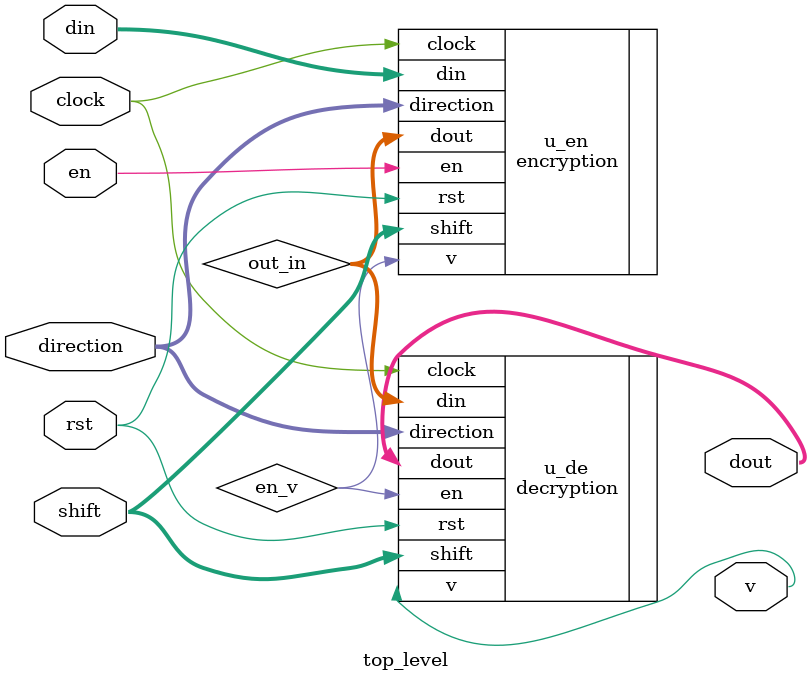
<source format=sv>
module top_level
#(parameter N = 8)
(
    input logic clock    ,
    input logic rst,
	input logic en,
	input logic[1:0] 	direction,
	input logic[4:0]	shift,
	input logic[N-1:0]	din, 	
	output logic v,
    output logic[N-1:0] dout
);

logic	en_v;
logic[N-1:0]	out_in;

encryption u_en(
	.clock		(clock),
	.rst		(rst),
	.en			(en),
	.direction	(direction),
	.shift		(shift),
	.din		(din),
	.v			(en_v),
	.dout		(out_in)
);

decryption u_de(
	.clock		(clock),
	.rst		(rst),
	.en			(en_v),
	.direction	(direction),
	.shift		(shift),
	.din		(out_in),
	.dout		(dout),
	.v			(v)
);

endmodule


</source>
